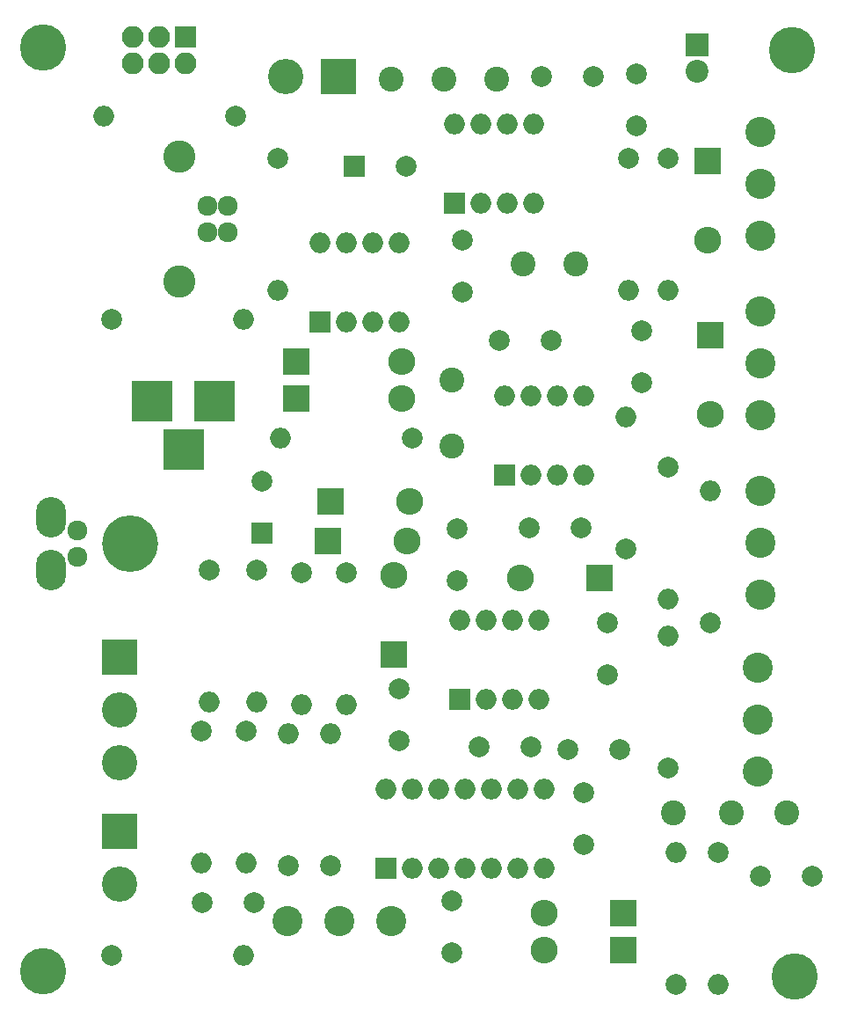
<source format=gbr>
G04 #@! TF.FileFunction,Soldermask,Top*
%FSLAX46Y46*%
G04 Gerber Fmt 4.6, Leading zero omitted, Abs format (unit mm)*
G04 Created by KiCad (PCBNEW 4.0.7) date 05/17/18 11:27:15*
%MOMM*%
%LPD*%
G01*
G04 APERTURE LIST*
%ADD10C,0.100000*%
%ADD11C,2.000000*%
%ADD12O,2.000000X2.000000*%
%ADD13R,3.400000X3.400000*%
%ADD14C,3.400000*%
%ADD15C,2.900000*%
%ADD16R,3.900000X3.900000*%
%ADD17R,2.200000X2.200000*%
%ADD18C,2.200000*%
%ADD19C,2.400000*%
%ADD20O,2.900000X3.900000*%
%ADD21C,1.924000*%
%ADD22O,5.400000X5.400000*%
%ADD23R,2.000000X2.000000*%
%ADD24C,4.464000*%
%ADD25R,2.600000X2.600000*%
%ADD26O,2.600000X2.600000*%
%ADD27C,1.920000*%
%ADD28C,3.100000*%
%ADD29R,2.100000X2.100000*%
%ADD30O,2.100000X2.100000*%
G04 APERTURE END LIST*
D10*
D11*
X54610000Y-75438000D03*
D12*
X41910000Y-75438000D03*
D13*
X26416000Y-113284000D03*
D14*
X26416000Y-118364000D03*
D11*
X59436000Y-56388000D03*
X59436000Y-61388000D03*
X80010000Y-128016000D03*
D12*
X80010000Y-115316000D03*
D15*
X47578000Y-121920000D03*
X42578000Y-121920000D03*
X52578000Y-121920000D03*
D11*
X53340000Y-99568000D03*
X53340000Y-104568000D03*
D16*
X35560000Y-71882000D03*
X29560000Y-71882000D03*
X32560000Y-76582000D03*
D17*
X82042000Y-37592000D03*
D18*
X82042000Y-40132000D03*
D19*
X58420000Y-69850000D03*
X58420000Y-76200000D03*
X65278000Y-58674000D03*
X70358000Y-58674000D03*
D20*
X19812000Y-88138000D03*
D21*
X22352000Y-84328000D03*
X22352000Y-86868000D03*
D20*
X19812000Y-83058000D03*
D22*
X27432000Y-85598000D03*
D11*
X79248000Y-48514000D03*
D12*
X79248000Y-61214000D03*
D11*
X75438000Y-48514000D03*
D12*
X75438000Y-61214000D03*
D11*
X79248000Y-107188000D03*
D12*
X79248000Y-94488000D03*
D11*
X79248000Y-78232000D03*
D12*
X79248000Y-90932000D03*
D11*
X75184000Y-86106000D03*
D12*
X75184000Y-73406000D03*
D11*
X35052000Y-88138000D03*
D12*
X35052000Y-100838000D03*
D15*
X88138000Y-50974000D03*
X88138000Y-55974000D03*
X88138000Y-45974000D03*
X88138000Y-68246000D03*
X88138000Y-73246000D03*
X88138000Y-63246000D03*
X87884000Y-102536000D03*
X87884000Y-107536000D03*
X87884000Y-97536000D03*
X88138000Y-85518000D03*
X88138000Y-90518000D03*
X88138000Y-80518000D03*
D23*
X58674000Y-52832000D03*
D12*
X66294000Y-45212000D03*
X61214000Y-52832000D03*
X63754000Y-45212000D03*
X63754000Y-52832000D03*
X61214000Y-45212000D03*
X66294000Y-52832000D03*
X58674000Y-45212000D03*
D23*
X59182000Y-100584000D03*
D12*
X66802000Y-92964000D03*
X61722000Y-100584000D03*
X64262000Y-92964000D03*
X64262000Y-100584000D03*
X61722000Y-92964000D03*
X66802000Y-100584000D03*
X59182000Y-92964000D03*
D23*
X63500000Y-78994000D03*
D12*
X71120000Y-71374000D03*
X66040000Y-78994000D03*
X68580000Y-71374000D03*
X68580000Y-78994000D03*
X66040000Y-71374000D03*
X71120000Y-78994000D03*
X63500000Y-71374000D03*
D24*
X19050000Y-126746000D03*
X91440000Y-127254000D03*
X91186000Y-38100000D03*
X19050000Y-37846000D03*
D19*
X90678000Y-111506000D03*
X85344000Y-111506000D03*
X79756000Y-111506000D03*
D11*
X43942000Y-88392000D03*
D12*
X43942000Y-101092000D03*
D11*
X84074000Y-115316000D03*
D12*
X84074000Y-128016000D03*
D11*
X38608000Y-103632000D03*
D12*
X38608000Y-116332000D03*
D11*
X48260000Y-88392000D03*
D12*
X48260000Y-101092000D03*
D13*
X47498000Y-40640000D03*
D14*
X42418000Y-40640000D03*
D23*
X52070000Y-116840000D03*
D12*
X67310000Y-109220000D03*
X54610000Y-116840000D03*
X64770000Y-109220000D03*
X57150000Y-116840000D03*
X62230000Y-109220000D03*
X59690000Y-116840000D03*
X59690000Y-109220000D03*
X62230000Y-116840000D03*
X57150000Y-109220000D03*
X64770000Y-116840000D03*
X54610000Y-109220000D03*
X67310000Y-116840000D03*
X52070000Y-109220000D03*
D11*
X39624000Y-88138000D03*
D12*
X39624000Y-100838000D03*
D13*
X26416000Y-96520000D03*
D14*
X26416000Y-101600000D03*
X26416000Y-106680000D03*
D11*
X76200000Y-40386000D03*
X76200000Y-45386000D03*
X73406000Y-93218000D03*
X73406000Y-98218000D03*
X66040000Y-105156000D03*
X61040000Y-105156000D03*
X69596000Y-105410000D03*
X74596000Y-105410000D03*
X70866000Y-84074000D03*
X65866000Y-84074000D03*
X76708000Y-70104000D03*
X76708000Y-65104000D03*
X62992000Y-66040000D03*
X67992000Y-66040000D03*
X88138000Y-117602000D03*
X93138000Y-117602000D03*
X67056000Y-40640000D03*
X72056000Y-40640000D03*
X39370000Y-120142000D03*
X34370000Y-120142000D03*
X34290000Y-103632000D03*
D12*
X34290000Y-116332000D03*
D11*
X71120000Y-114554000D03*
X71120000Y-109554000D03*
X25654000Y-125222000D03*
D12*
X38354000Y-125222000D03*
D23*
X40132000Y-84582000D03*
D11*
X40132000Y-79582000D03*
X58928000Y-89154000D03*
X58928000Y-84154000D03*
X83312000Y-93218000D03*
D12*
X83312000Y-80518000D03*
D11*
X58420000Y-124968000D03*
X58420000Y-119968000D03*
X42672000Y-116586000D03*
D12*
X42672000Y-103886000D03*
D11*
X46736000Y-116586000D03*
D12*
X46736000Y-103886000D03*
D25*
X83058000Y-48768000D03*
D26*
X83058000Y-56388000D03*
D25*
X83312000Y-65532000D03*
D26*
X83312000Y-73152000D03*
D25*
X72644000Y-88900000D03*
D26*
X65024000Y-88900000D03*
D25*
X52832000Y-96266000D03*
D26*
X52832000Y-88646000D03*
D25*
X74930000Y-121158000D03*
D26*
X67310000Y-121158000D03*
D25*
X74930000Y-124714000D03*
D26*
X67310000Y-124714000D03*
D23*
X49022000Y-49276000D03*
D11*
X54022000Y-49276000D03*
D25*
X46736000Y-81534000D03*
D26*
X54356000Y-81534000D03*
D25*
X46482000Y-85344000D03*
D26*
X54102000Y-85344000D03*
D25*
X43434000Y-68072000D03*
D26*
X53594000Y-68072000D03*
D25*
X43434000Y-71628000D03*
D26*
X53594000Y-71628000D03*
D19*
X57658000Y-40894000D03*
X52578000Y-40894000D03*
D27*
X36830000Y-53086000D03*
X36830000Y-55626000D03*
X34830000Y-55626000D03*
X34830000Y-53086000D03*
D28*
X32130000Y-48356000D03*
X32130000Y-60356000D03*
D11*
X37592000Y-44450000D03*
D12*
X24892000Y-44450000D03*
D11*
X25654000Y-64008000D03*
D12*
X38354000Y-64008000D03*
D11*
X41656000Y-48514000D03*
D12*
X41656000Y-61214000D03*
D29*
X32766000Y-36830000D03*
D30*
X32766000Y-39370000D03*
X30226000Y-36830000D03*
X30226000Y-39370000D03*
X27686000Y-36830000D03*
X27686000Y-39370000D03*
D19*
X62738000Y-40894000D03*
D23*
X45720000Y-64262000D03*
D12*
X53340000Y-56642000D03*
X48260000Y-64262000D03*
X50800000Y-56642000D03*
X50800000Y-64262000D03*
X48260000Y-56642000D03*
X53340000Y-64262000D03*
X45720000Y-56642000D03*
M02*

</source>
